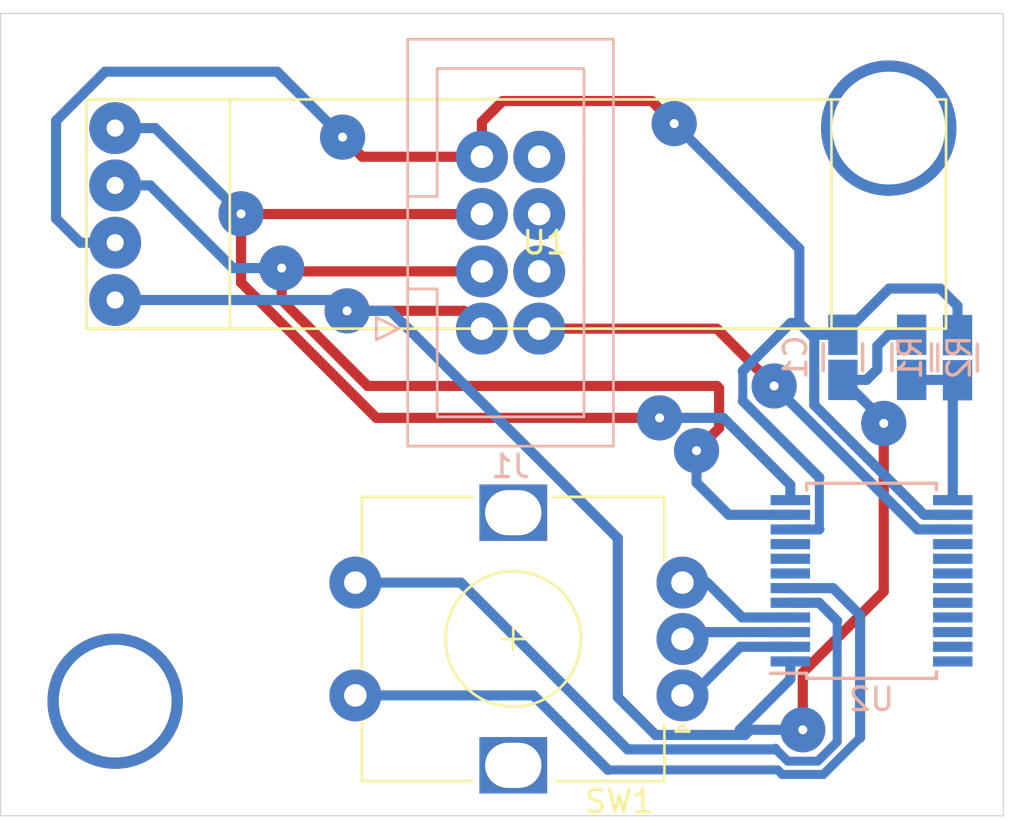
<source format=kicad_pcb>
(kicad_pcb (version 20221018) (generator pcbnew)
  (layers (0 "F.Cu" signal) (31 "B.Cu" signal) (34 "B.Paste" user) (35 "F.Paste" user) (36 "B.SilkS" user "B.Silkscreen") (37 "F.SilkS" user "F.Silkscreen") (38 "B.Mask" user) (39 "F.Mask" user) (44 "Edge.Cuts" user))
  (net 0 "")
  (net 1 "+5V")
  (net 2 "GND")
  (net 3 "SDA")
  (net 4 "INT")
  (net 5 "SCL")
  (net 6 "Net-(R1-Pad2)")
  (net 7 "Net-(SW1-PadA)")
  (net 8 "Net-(SW1-PadC)")
  (net 9 "Net-(SW1-PadB)")
  (net 10 "Net-(SW1-PadS1)")
  (net 11 "Net-(SW1-PadS2)")
  (footprint "coddingtonbear:128x32_OLED" (layer "F.Cu") (at 129.54 68.58)
    (fp_text reference "U1" (at 11.43 0) (layer "F.SilkS"))
    (fp_text value "128x32_OLED")
    (fp_line (start -8.89 -6.35) (end 29.21 -6.35) (stroke (width 0.12)) (layer "F.SilkS"))
    (fp_line (start -8.89 3.81) (end -8.89 -6.35) (stroke (width 0.12)) (layer "F.SilkS"))
    (fp_line (start -2.54 -6.35) (end -2.54 3.81) (stroke (width 0.12)) (layer "F.SilkS"))
    (fp_line (start 24.13 -6.35) (end 24.13 3.81) (stroke (width 0.12)) (layer "F.SilkS"))
    (fp_line (start 29.21 -6.35) (end 29.21 3.81) (stroke (width 0.12)) (layer "F.SilkS"))
    (fp_line (start 29.21 3.81) (end -8.89 3.81) (stroke (width 0.12)) (layer "F.SilkS"))
    (pad "1" thru_hole circle (at -7.62 2.54) (size 2.3 2.3) (drill 0.762) (layers "*.Cu" "*.Mask") (net 2 "GND"))
    (pad "2" thru_hole circle (at -7.62 0) (size 2.3 2.3) (drill 0.762) (layers "*.Cu" "*.Mask") (net 1 "+5V"))
    (pad "3" thru_hole circle (at -7.62 -2.54) (size 2.3 2.3) (drill 0.762) (layers "*.Cu" "*.Mask") (net 5 "SCL"))
    (pad "4" thru_hole circle (at -7.62 -5.08) (size 2.3 2.3) (drill 0.762) (layers "*.Cu" "*.Mask") (net 3 "SDA"))
  )
  (footprint "Rotary_Encoder:RotaryEncoder_Alps_EC12E-Switch_Vertical_H20mm" (layer "F.Cu") (at 147.066 88.646 180)
    (fp_text reference "SW1" (at 2.8 -4.7) (layer "F.SilkS"))
    (fp_text value "Rotary_Encoder_Switch")
    (fp_line (start -0.3 -1.6) (end 0.3 -1.6) (stroke (width 0.12)) (layer "F.SilkS"))
    (fp_line (start 0 -1.3) (end -0.3 -1.6) (stroke (width 0.12)) (layer "F.SilkS"))
    (fp_line (start 0.3 -1.6) (end 0 -1.3) (stroke (width 0.12)) (layer "F.SilkS"))
    (fp_line (start 0.8 -3.8) (end 0.8 -1.3) (stroke (width 0.12)) (layer "F.SilkS"))
    (fp_line (start 0.8 8.8) (end 0.8 6) (stroke (width 0.12)) (layer "F.SilkS"))
    (fp_line (start 5.6 -3.8) (end 0.8 -3.8) (stroke (width 0.12)) (layer "F.SilkS"))
    (fp_line (start 5.7 8.8) (end 0.8 8.8) (stroke (width 0.12)) (layer "F.SilkS"))
    (fp_line (start 7 2.5) (end 8 2.5) (stroke (width 0.12)) (layer "F.SilkS"))
    (fp_line (start 7.5 2) (end 7.5 3) (stroke (width 0.12)) (layer "F.SilkS"))
    (fp_line (start 9.3 -3.8) (end 14.2 -3.8) (stroke (width 0.12)) (layer "F.SilkS"))
    (fp_line (start 14.2 -3.8) (end 14.2 -1.2) (stroke (width 0.12)) (layer "F.SilkS"))
    (fp_line (start 14.2 1.2) (end 14.2 3.8) (stroke (width 0.12)) (layer "F.SilkS"))
    (fp_line (start 14.2 6.2) (end 14.2 8.8) (stroke (width 0.12)) (layer "F.SilkS"))
    (fp_line (start 14.2 8.8) (end 9.3 8.8) (stroke (width 0.12)) (layer "F.SilkS"))
    (fp_circle (center 7.5 2.5) (end 10.5 2.5) (stroke (width 0.12)) (fill none) (layer "F.SilkS"))
    (pad "A" thru_hole circle (at 0 0 180) (size 2.3 2.3) (drill 1) (layers "*.Cu" "*.Mask") (net 7 "Net-(SW1-PadA)"))
    (pad "B" thru_hole circle (at 0 5 180) (size 2.3 2.3) (drill 1) (layers "*.Cu" "*.Mask") (net 9 "Net-(SW1-PadB)"))
    (pad "C" thru_hole circle (at 0 2.5 180) (size 2.3 2.3) (drill 1) (layers "*.Cu" "*.Mask") (net 8 "Net-(SW1-PadC)"))
    (pad "MP" thru_hole rect (at 7.5 -3.1 180) (size 3 2.5) (drill oval 2.5 2) (layers "*.Cu" "*.Mask"))
    (pad "MP" thru_hole rect (at 7.5 8.1 180) (size 3 2.5) (drill oval 2.5 2) (layers "*.Cu" "*.Mask"))
    (pad "S1" thru_hole circle (at 14.5 0 180) (size 2.3 2.3) (drill 1) (layers "*.Cu" "*.Mask") (net 10 "Net-(SW1-PadS1)"))
    (pad "S2" thru_hole circle (at 14.5 5 180) (size 2.3 2.3) (drill 1) (layers "*.Cu" "*.Mask") (net 11 "Net-(SW1-PadS2)"))
  )
  (footprint "coddingtonbear:0805_Milling" (layer "B.Cu") (at 154.178 73.66 -90)
    (fp_text reference "C1" (at 0 2.1 270) (layer "B.SilkS") (effects (justify mirror)))
    (fp_text value "0.1u")
    (fp_line (start -0.6 0.875) (end 0.6 0.875) (stroke (width 0.15)) (layer "B.SilkS"))
    (fp_line (start 0.6 -0.875) (end -0.6 -0.875) (stroke (width 0.15)) (layer "B.SilkS"))
    (pad "1" smd rect (at -1 0 270) (size 1.79 1.3) (layers "B.Cu" "B.Paste" "B.Mask") (net 1 "+5V"))
    (pad "2" smd rect (at 1 0 270) (size 1.79 1.3) (layers "B.Cu" "B.Paste" "B.Mask") (net 2 "GND"))
  )
  (footprint "coddingtonbear:0805_Milling" (layer "B.Cu") (at 159.258 73.676 -90)
    (fp_text reference "R1" (at 0 2.1 270) (layer "B.SilkS") (effects (justify mirror)))
    (fp_text value "15k")
    (fp_line (start -0.6 0.875) (end 0.6 0.875) (stroke (width 0.15)) (layer "B.SilkS"))
    (fp_line (start 0.6 -0.875) (end -0.6 -0.875) (stroke (width 0.15)) (layer "B.SilkS"))
    (pad "1" smd rect (at -1 0 270) (size 1.79 1.3) (layers "B.Cu" "B.Paste" "B.Mask") (net 1 "+5V"))
    (pad "2" smd rect (at 1 0 270) (size 1.79 1.3) (layers "B.Cu" "B.Paste" "B.Mask") (net 6 "Net-(R1-Pad2)"))
  )
  (footprint "coddingtonbear:0805_Milling" (layer "B.Cu") (at 157.226 73.66 90)
    (fp_text reference "R2" (at 0 2.1 270) (layer "B.SilkS") (effects (justify mirror)))
    (fp_text value "1k")
    (fp_line (start -0.6 0.875) (end 0.6 0.875) (stroke (width 0.15)) (layer "B.SilkS"))
    (fp_line (start 0.6 -0.875) (end -0.6 -0.875) (stroke (width 0.15)) (layer "B.SilkS"))
    (pad "1" smd rect (at -1 0 90) (size 1.79 1.3) (layers "B.Cu" "B.Paste" "B.Mask") (net 6 "Net-(R1-Pad2)"))
    (pad "2" smd rect (at 1 0 90) (size 1.79 1.3) (layers "B.Cu" "B.Paste" "B.Mask") (net 2 "GND"))
  )
  (footprint "Package_SO:SSOP-24_5.3x8.2mm_P0.65mm" (layer "B.Cu") (at 155.448 83.566)
    (fp_text reference "U2" (at 0 5.25) (layer "B.SilkS") (effects (justify mirror)))
    (fp_text value "MCP23018-E_SS")
    (fp_line (start -2.875 -4.325) (end -2.875 -4.025) (stroke (width 0.15)) (layer "B.SilkS"))
    (fp_line (start -2.875 -4.325) (end 2.875 -4.325) (stroke (width 0.15)) (layer "B.SilkS"))
    (fp_line (start -2.875 4.1) (end -4.475 4.1) (stroke (width 0.15)) (layer "B.SilkS"))
    (fp_line (start -2.875 4.325) (end -2.875 4.1) (stroke (width 0.15)) (layer "B.SilkS"))
    (fp_line (start -2.875 4.325) (end 2.875 4.325) (stroke (width 0.15)) (layer "B.SilkS"))
    (fp_line (start 2.875 -4.325) (end 2.875 -4.025) (stroke (width 0.15)) (layer "B.SilkS"))
    (fp_line (start 2.875 4.325) (end 2.875 4.025) (stroke (width 0.15)) (layer "B.SilkS"))
    (pad "1" smd rect (at -3.6 3.575) (size 1.75 0.45) (layers "B.Cu" "B.Paste" "B.Mask") (net 2 "GND"))
    (pad "2" smd rect (at -3.6 2.925) (size 1.75 0.45) (layers "B.Cu" "B.Paste" "B.Mask") (net 7 "Net-(SW1-PadA)"))
    (pad "3" smd rect (at -3.6 2.275) (size 1.75 0.45) (layers "B.Cu" "B.Paste" "B.Mask") (net 8 "Net-(SW1-PadC)"))
    (pad "4" smd rect (at -3.6 1.625) (size 1.75 0.45) (layers "B.Cu" "B.Paste" "B.Mask") (net 9 "Net-(SW1-PadB)"))
    (pad "5" smd rect (at -3.6 0.975) (size 1.75 0.45) (layers "B.Cu" "B.Paste" "B.Mask") (net 11 "Net-(SW1-PadS2)"))
    (pad "6" smd rect (at -3.6 0.325) (size 1.75 0.45) (layers "B.Cu" "B.Paste" "B.Mask") (net 10 "Net-(SW1-PadS1)"))
    (pad "7" smd rect (at -3.6 -0.325) (size 1.75 0.45) (layers "B.Cu" "B.Paste" "B.Mask"))
    (pad "8" smd rect (at -3.6 -0.975) (size 1.75 0.45) (layers "B.Cu" "B.Paste" "B.Mask"))
    (pad "9" smd rect (at -3.6 -1.625) (size 1.75 0.45) (layers "B.Cu" "B.Paste" "B.Mask"))
    (pad "10" smd rect (at -3.6 -2.275) (size 1.75 0.45) (layers "B.Cu" "B.Paste" "B.Mask") (net 1 "+5V"))
    (pad "11" smd rect (at -3.6 -2.925) (size 1.75 0.45) (layers "B.Cu" "B.Paste" "B.Mask") (net 5 "SCL"))
    (pad "12" smd rect (at -3.6 -3.575) (size 1.75 0.45) (layers "B.Cu" "B.Paste" "B.Mask") (net 3 "SDA"))
    (pad "13" smd rect (at 3.6 -3.575) (size 1.75 0.45) (layers "B.Cu" "B.Paste" "B.Mask") (net 6 "Net-(R1-Pad2)"))
    (pad "14" smd rect (at 3.6 -2.925) (size 1.75 0.45) (layers "B.Cu" "B.Paste" "B.Mask") (net 1 "+5V"))
    (pad "15" smd rect (at 3.6 -2.275) (size 1.75 0.45) (layers "B.Cu" "B.Paste" "B.Mask") (net 4 "INT"))
    (pad "16" smd rect (at 3.6 -1.625) (size 1.75 0.45) (layers "B.Cu" "B.Paste" "B.Mask"))
    (pad "17" smd rect (at 3.6 -0.975) (size 1.75 0.45) (layers "B.Cu" "B.Paste" "B.Mask"))
    (pad "18" smd rect (at 3.6 -0.325) (size 1.75 0.45) (layers "B.Cu" "B.Paste" "B.Mask"))
    (pad "19" smd rect (at 3.6 0.325) (size 1.75 0.45) (layers "B.Cu" "B.Paste" "B.Mask"))
    (pad "20" smd rect (at 3.6 0.975) (size 1.75 0.45) (layers "B.Cu" "B.Paste" "B.Mask"))
    (pad "21" smd rect (at 3.6 1.625) (size 1.75 0.45) (layers "B.Cu" "B.Paste" "B.Mask"))
    (pad "22" smd rect (at 3.6 2.275) (size 1.75 0.45) (layers "B.Cu" "B.Paste" "B.Mask"))
    (pad "23" smd rect (at 3.6 2.925) (size 1.75 0.45) (layers "B.Cu" "B.Paste" "B.Mask"))
    (pad "24" smd rect (at 3.6 3.575) (size 1.75 0.45) (layers "B.Cu" "B.Paste" "B.Mask"))
  )
  (footprint "Connector_IDC:IDC-Header_2x04_P2.54mm_Vertical" (layer "B.Cu") (at 138.176 72.39)
    (fp_text reference "J1" (at 1.27 6.1) (layer "B.SilkS") (effects (justify mirror)))
    (fp_text value "Board Connector")
    (fp_line (start -4.68 -0.5) (end -3.68 0) (stroke (width 0.12)) (layer "B.SilkS"))
    (fp_line (start -4.68 0.5) (end -4.68 -0.5) (stroke (width 0.12)) (layer "B.SilkS"))
    (fp_line (start -3.68 0) (end -4.68 0.5) (stroke (width 0.12)) (layer "B.SilkS"))
    (fp_line (start -3.29 -12.83) (end -3.29 5.21) (stroke (width 0.12)) (layer "B.SilkS"))
    (fp_line (start -3.29 -1.76) (end -1.98 -1.76) (stroke (width 0.12)) (layer "B.SilkS"))
    (fp_line (start -3.29 5.21) (end 5.83 5.21) (stroke (width 0.12)) (layer "B.SilkS"))
    (fp_line (start -1.98 -11.53) (end -1.98 -5.86) (stroke (width 0.12)) (layer "B.SilkS"))
    (fp_line (start -1.98 -5.86) (end -3.29 -5.86) (stroke (width 0.12)) (layer "B.SilkS"))
    (fp_line (start -1.98 -5.86) (end -1.98 -5.86) (stroke (width 0.12)) (layer "B.SilkS"))
    (fp_line (start -1.98 -1.76) (end -1.98 3.91) (stroke (width 0.12)) (layer "B.SilkS"))
    (fp_line (start -1.98 3.91) (end 4.52 3.91) (stroke (width 0.12)) (layer "B.SilkS"))
    (fp_line (start 4.52 -11.53) (end -1.98 -11.53) (stroke (width 0.12)) (layer "B.SilkS"))
    (fp_line (start 4.52 3.91) (end 4.52 -11.53) (stroke (width 0.12)) (layer "B.SilkS"))
    (fp_line (start 5.83 -12.83) (end -3.29 -12.83) (stroke (width 0.12)) (layer "B.SilkS"))
    (fp_line (start 5.83 5.21) (end 5.83 -12.83) (stroke (width 0.12)) (layer "B.SilkS"))
    (pad "1" thru_hole circle (at 0 0) (size 2.3 2.3) (drill 1) (layers "*.Cu" "*.Mask") (net 2 "GND"))
    (pad "2" thru_hole circle (at 2.54 0) (size 2.3 2.3) (drill 1) (layers "*.Cu" "*.Mask") (net 4 "INT"))
    (pad "3" thru_hole circle (at 0 -2.54) (size 2.3 2.3) (drill 1) (layers "*.Cu" "*.Mask") (net 5 "SCL"))
    (pad "4" thru_hole circle (at 2.54 -2.54) (size 2.3 2.3) (drill 1) (layers "*.Cu" "*.Mask"))
    (pad "5" thru_hole circle (at 0 -5.08) (size 2.3 2.3) (drill 1) (layers "*.Cu" "*.Mask") (net 3 "SDA"))
    (pad "6" thru_hole circle (at 2.54 -5.08) (size 2.3 2.3) (drill 1) (layers "*.Cu" "*.Mask"))
    (pad "7" thru_hole circle (at 0 -7.62) (size 2.3 2.3) (drill 1) (layers "*.Cu" "*.Mask") (net 1 "+5V"))
    (pad "8" thru_hole circle (at 2.54 -7.62) (size 2.3 2.3) (drill 1) (layers "*.Cu" "*.Mask"))
  )
  (gr_line (start 161.29 93.98) (end 116.84 93.98) (stroke (width 0.05)) (layer "Edge.Cuts"))
  (gr_line (start 161.29 58.42) (end 161.29 93.98) (stroke (width 0.05)) (layer "Edge.Cuts"))
  (gr_line (start 116.84 58.42) (end 161.29 58.42) (stroke (width 0.05)) (layer "Edge.Cuts"))
  (gr_line (start 116.84 93.98) (end 116.84 58.42) (stroke (width 0.05)) (layer "Edge.Cuts"))
  (via (at 156.21 63.5) (size 6) (drill 5) (layers "F.Cu" "B.Cu") (net 0))
  (via (at 121.92 88.9) (size 6) (drill 5) (layers "F.Cu" "B.Cu") (net 0))
  (segment (start 146.7 63.3) (end 145.700001 62.300001) (width 0.45) (layer "F.Cu") (net 1))
  (segment (start 132.87 64.77) (end 132 63.9) (width 0.45) (layer "F.Cu") (net 1))
  (segment (start 145.700001 62.300001) (end 139.095999 62.300001) (width 0.45) (layer "F.Cu") (net 1))
  (segment (start 138.176 64.77) (end 132.87 64.77) (width 0.45) (layer "F.Cu") (net 1))
  (segment (start 139.095999 62.300001) (end 138.176 63.22) (width 0.45) (layer "F.Cu") (net 1))
  (segment (start 138.176 63.22) (end 138.176 64.77) (width 0.45) (layer "F.Cu") (net 1))
  (via (at 146.7 63.3) (size 2) (drill 0.4) (layers "F.Cu" "B.Cu") (net 1))
  (via (at 132 63.9) (size 2) (drill 0.4) (layers "F.Cu" "B.Cu") (net 1))
  (segment (start 119.3 67.51) (end 120.37 68.58) (width 0.45) (layer "B.Cu") (net 1))
  (segment (start 156.226 70.612) (end 154.178 72.66) (width 0.45) (layer "B.Cu") (net 1))
  (segment (start 152.908 75.438) (end 152.908 75.776) (width 0.45) (layer "B.Cu") (net 1))
  (segment (start 152.450398 72.339602) (end 152.246796 72.136) (width 0.45) (layer "B.Cu") (net 1))
  (segment (start 132 63.9) (end 129.1 61) (width 0.45) (layer "B.Cu") (net 1))
  (segment (start 154.178 72.66) (end 152.770796 72.66) (width 0.45) (layer "B.Cu") (net 1))
  (segment (start 151.866796 72.136) (end 152.246796 72.136) (width 0.45) (layer "B.Cu") (net 1))
  (segment (start 120.37 68.58) (end 121.92 68.58) (width 0.45) (layer "B.Cu") (net 1))
  (segment (start 158.489 70.612) (end 156.226 70.612) (width 0.45) (layer "B.Cu") (net 1))
  (segment (start 119.3 63.172998) (end 119.3 67.51) (width 0.45) (layer "B.Cu") (net 1))
  (segment (start 129.1 61) (end 121.472998 61) (width 0.45) (layer "B.Cu") (net 1))
  (segment (start 153.123 81.291) (end 153.133998 81.280002) (width 0.45) (layer "B.Cu") (net 1))
  (segment (start 157.773 80.641) (end 159.048 80.641) (width 0.45) (layer "B.Cu") (net 1))
  (segment (start 153.133998 78.991202) (end 149.739998 75.597202) (width 0.45) (layer "B.Cu") (net 1))
  (segment (start 153.133998 81.280002) (end 153.133998 78.991202) (width 0.4) (layer "B.Cu") (net 1))
  (segment (start 159.258 72.676) (end 159.258 71.381) (width 0.45) (layer "B.Cu") (net 1))
  (segment (start 152.246796 72.136) (end 152.246796 68.846796) (width 0.45) (layer "B.Cu") (net 1))
  (segment (start 152.908 72.797204) (end 152.450398 72.339602) (width 0.45) (layer "B.Cu") (net 1))
  (segment (start 152.908 75.438) (end 152.908 72.797204) (width 0.45) (layer "B.Cu") (net 1))
  (segment (start 152.908 75.776) (end 157.773 80.641) (width 0.45) (layer "B.Cu") (net 1))
  (segment (start 152.246796 68.846796) (end 146.7 63.3) (width 0.45) (layer "B.Cu") (net 1))
  (segment (start 151.848 81.291) (end 153.123 81.291) (width 0.45) (layer "B.Cu") (net 1))
  (segment (start 152.770796 72.66) (end 152.450398 72.339602) (width 0.45) (layer "B.Cu") (net 1))
  (segment (start 159.258 71.381) (end 158.489 70.612) (width 0.45) (layer "B.Cu") (net 1))
  (segment (start 121.472998 61) (end 119.3 63.172998) (width 0.45) (layer "B.Cu") (net 1))
  (segment (start 149.739998 74.262798) (end 151.866796 72.136) (width 0.45) (layer "B.Cu") (net 1))
  (segment (start 149.739998 75.597202) (end 149.739998 74.262798) (width 0.4) (layer "B.Cu") (net 1))
  (segment (start 132.2 71.6) (end 137.386 71.6) (width 0.45) (layer "F.Cu") (net 2))
  (segment (start 155.988707 84.041293) (end 155.988707 76.589983) (width 0.45) (layer "F.Cu") (net 2))
  (segment (start 137.386 71.6) (end 138.176 72.39) (width 0.45) (layer "F.Cu") (net 2))
  (segment (start 152.4 90.17) (end 152.4 87.63) (width 0.45) (layer "F.Cu") (net 2))
  (segment (start 152.4 87.63) (end 155.988707 84.041293) (width 0.45) (layer "F.Cu") (net 2))
  (via (at 152.4 90.17) (size 2) (drill 0.4) (layers "F.Cu" "B.Cu") (net 2))
  (via (at 132.2 71.6) (size 2) (drill 0.4) (layers "F.Cu" "B.Cu") (net 2))
  (via (at 155.988707 76.589983) (size 2) (drill 0.4) (layers "F.Cu" "B.Cu") (net 2))
  (segment (start 151.848 87.141) (end 151.848 87.928) (width 0.45) (layer "B.Cu") (net 2))
  (segment (start 149.84 90.4) (end 150.07 90.17) (width 0.45) (layer "B.Cu") (net 2))
  (segment (start 150.07 90.17) (end 152.4 90.17) (width 0.45) (layer "B.Cu") (net 2))
  (segment (start 151.848 87.928) (end 150.622 89.154) (width 0.45) (layer "B.Cu") (net 2))
  (segment (start 145.872998 90.4) (end 149.84 90.4) (width 0.45) (layer "B.Cu") (net 2))
  (segment (start 157.226 72.66) (end 156.194 72.66) (width 0.45) (layer "B.Cu") (net 2))
  (segment (start 131.72 71.12) (end 132.2 71.6) (width 0.45) (layer "B.Cu") (net 2))
  (segment (start 144.2 81.682998) (end 144.2 88.727002) (width 0.45) (layer "B.Cu") (net 2))
  (segment (start 144.2 88.727002) (end 145.872998 90.4) (width 0.45) (layer "B.Cu") (net 2))
  (segment (start 155.988707 76.470707) (end 154.178 74.66) (width 0.45) (layer "B.Cu") (net 2))
  (segment (start 150.622 89.154) (end 149.606 90.17) (width 0.45) (layer "B.Cu") (net 2))
  (segment (start 156.194 72.66) (end 155.702 73.152) (width 0.45) (layer "B.Cu") (net 2))
  (segment (start 155.228 74.66) (end 155.702 74.186) (width 0.45) (layer "B.Cu") (net 2))
  (segment (start 149.606 90.17) (end 150.07 90.17) (width 0.45) (layer "B.Cu") (net 2))
  (segment (start 132.2 71.6) (end 134.117002 71.6) (width 0.45) (layer "B.Cu") (net 2))
  (segment (start 155.988707 76.589983) (end 155.988707 76.470707) (width 0.45) (layer "B.Cu") (net 2))
  (segment (start 154.178 74.66) (end 155.228 74.66) (width 0.45) (layer "B.Cu") (net 2))
  (segment (start 134.117002 71.6) (end 144.2 81.682998) (width 0.45) (layer "B.Cu") (net 2))
  (segment (start 121.92 71.12) (end 131.72 71.12) (width 0.45) (layer "B.Cu") (net 2))
  (segment (start 155.702 74.186) (end 155.702 73.152) (width 0.45) (layer "B.Cu") (net 2))
  (segment (start 127.51 67.31) (end 127.5 67.3) (width 0.45) (layer "F.Cu") (net 3))
  (segment (start 133.49501 76.34501) (end 127.5 70.35) (width 0.45) (layer "F.Cu") (net 3))
  (segment (start 127.5 70.35) (end 127.5 67.3) (width 0.45) (layer "F.Cu") (net 3))
  (segment (start 138.176 67.31) (end 127.51 67.31) (width 0.45) (layer "F.Cu") (net 3))
  (segment (start 146.05 76.34501) (end 133.49501 76.34501) (width 0.45) (layer "F.Cu") (net 3))
  (via (at 127.5 67.3) (size 2) (drill 0.4) (layers "F.Cu" "B.Cu") (net 3))
  (via (at 146.05 76.34501) (size 2) (drill 0.4) (layers "F.Cu" "B.Cu") (net 3))
  (segment (start 151.848 79.991) (end 151.848 79.316) (width 0.45) (layer "B.Cu") (net 3))
  (segment (start 148.87701 76.34501) (end 146.05 76.34501) (width 0.45) (layer "B.Cu") (net 3))
  (segment (start 123.7 63.5) (end 127.5 67.3) (width 0.45) (layer "B.Cu") (net 3))
  (segment (start 121.92 63.5) (end 123.7 63.5) (width 0.45) (layer "B.Cu") (net 3))
  (segment (start 151.848 79.316) (end 148.87701 76.34501) (width 0.45) (layer "B.Cu") (net 3))
  (segment (start 147.32 72.39) (end 140.716 72.39) (width 0.45) (layer "F.Cu") (net 4))
  (segment (start 151.13 74.93) (end 148.59 72.39) (width 0.45) (layer "F.Cu") (net 4))
  (segment (start 148.59 72.39) (end 147.32 72.39) (width 0.45) (layer "F.Cu") (net 4))
  (via (at 151.13 74.93) (size 2) (drill 0.4) (layers "F.Cu" "B.Cu") (net 4))
  (segment (start 157.491 81.291) (end 151.13 74.93) (width 0.45) (layer "B.Cu") (net 4))
  (segment (start 159.048 81.291) (end 157.491 81.291) (width 0.45) (layer "B.Cu") (net 4))
  (segment (start 129.3 71.119203) (end 129.3 69.70499) (width 0.45) (layer "F.Cu") (net 5))
  (segment (start 148.59 74.93) (end 133.110797 74.93) (width 0.45) (layer "F.Cu") (net 5))
  (segment (start 148.68933 76.797162) (end 148.68933 75.02933) (width 0.45) (layer "F.Cu") (net 5))
  (segment (start 138.176 69.85) (end 129.44501 69.85) (width 0.45) (layer "F.Cu") (net 5))
  (segment (start 148.68933 75.02933) (end 148.59 74.93) (width 0.45) (layer "F.Cu") (net 5))
  (segment (start 129.44501 69.85) (end 129.3 69.70499) (width 0.45) (layer "F.Cu") (net 5))
  (segment (start 147.689331 77.797161) (end 148.68933 76.797162) (width 0.45) (layer "F.Cu") (net 5))
  (segment (start 133.110797 74.93) (end 129.3 71.119203) (width 0.45) (layer "F.Cu") (net 5))
  (via (at 147.689331 77.797161) (size 2) (drill 0.4) (layers "F.Cu" "B.Cu") (net 5))
  (via (at 129.3 69.70499) (size 2) (drill 0.4) (layers "F.Cu" "B.Cu") (net 5))
  (segment (start 151.848 80.641) (end 149.118957 80.641) (width 0.45) (layer "B.Cu") (net 5))
  (segment (start 123.47 66.04) (end 127.13499 69.70499) (width 0.45) (layer "B.Cu") (net 5))
  (segment (start 121.92 66.04) (end 123.47 66.04) (width 0.45) (layer "B.Cu") (net 5))
  (segment (start 127.13499 69.70499) (end 129.3 69.70499) (width 0.45) (layer "B.Cu") (net 5))
  (segment (start 149.118957 80.641) (end 147.689331 79.211374) (width 0.45) (layer "B.Cu") (net 5))
  (segment (start 147.689331 79.211374) (end 147.689331 77.797161) (width 0.45) (layer "B.Cu") (net 5))
  (segment (start 159.242 74.66) (end 159.258 74.676) (width 0.45) (layer "B.Cu") (net 6))
  (segment (start 159.048 79.991) (end 159.048 74.886) (width 0.45) (layer "B.Cu") (net 6))
  (segment (start 157.226 74.66) (end 159.242 74.66) (width 0.45) (layer "B.Cu") (net 6))
  (segment (start 159.048 74.886) (end 159.258 74.676) (width 0.45) (layer "B.Cu") (net 6))
  (segment (start 149.623002 86.491) (end 147.468002 88.646) (width 0.45) (layer "B.Cu") (net 7))
  (segment (start 151.848 86.491) (end 149.623002 86.491) (width 0.45) (layer "B.Cu") (net 7))
  (segment (start 147.468002 88.646) (end 147.066 88.646) (width 0.45) (layer "B.Cu") (net 7))
  (segment (start 151.848 85.841) (end 147.371 85.841) (width 0.45) (layer "B.Cu") (net 8))
  (segment (start 147.371 85.841) (end 147.066 86.146) (width 0.45) (layer "B.Cu") (net 8))
  (segment (start 147.066 83.646) (end 148.162 83.646) (width 0.45) (layer "B.Cu") (net 9))
  (segment (start 148.162 83.646) (end 149.707 85.191) (width 0.45) (layer "B.Cu") (net 9))
  (segment (start 149.707 85.191) (end 151.848 85.191) (width 0.45) (layer "B.Cu") (net 9))
  (segment (start 151.286395 91.948) (end 143.764 91.948) (width 0.4) (layer "B.Cu") (net 10))
  (segment (start 153.311592 92.150013) (end 151.488408 92.150013) (width 0.4) (layer "B.Cu") (net 10))
  (segment (start 153.741 83.891) (end 154.94 85.09) (width 0.45) (layer "B.Cu") (net 10))
  (segment (start 143.764 91.948) (end 140.462 88.646) (width 0.45) (layer "B.Cu") (net 10))
  (segment (start 151.848 83.891) (end 153.741 83.891) (width 0.45) (layer "B.Cu") (net 10))
  (segment (start 154.94 90.521605) (end 153.311592 92.150013) (width 0.4) (layer "B.Cu") (net 10))
  (segment (start 154.94 85.09) (end 154.94 90.521605) (width 0.45) (layer "B.Cu") (net 10))
  (segment (start 151.488408 92.150013) (end 151.286395 91.948) (width 0.4) (layer "B.Cu") (net 10))
  (segment (start 140.462 88.646) (end 132.566 88.646) (width 0.45) (layer "B.Cu") (net 10))
  (segment (start 153.123 84.541) (end 151.848 84.541) (width 0.45) (layer "B.Cu") (net 11))
  (segment (start 151.732798 91.560002) (end 153.067202 91.560002) (width 0.4) (layer "B.Cu") (net 11))
  (segment (start 151.160803 91.040011) (end 151.186805 91.014009) (width 0.45) (layer "B.Cu") (net 11))
  (segment (start 132.566 83.646) (end 137.24 83.646) (width 0.45) (layer "B.Cu") (net 11))
  (segment (start 153.067202 91.560002) (end 153.924 90.703204) (width 0.4) (layer "B.Cu") (net 11))
  (segment (start 153.924 90.703204) (end 153.924 85.342) (width 0.4) (layer "B.Cu") (net 11))
  (segment (start 153.924 85.342) (end 153.123 84.541) (width 0.45) (layer "B.Cu") (net 11))
  (segment (start 151.186805 91.014009) (end 151.732798 91.560002) (width 0.4) (layer "B.Cu") (net 11))
  (segment (start 137.24 83.646) (end 144.634011 91.040011) (width 0.45) (layer "B.Cu") (net 11))
  (segment (start 144.634011 91.040011) (end 151.160803 91.040011) (width 0.45) (layer "B.Cu") (net 11))
)
</source>
